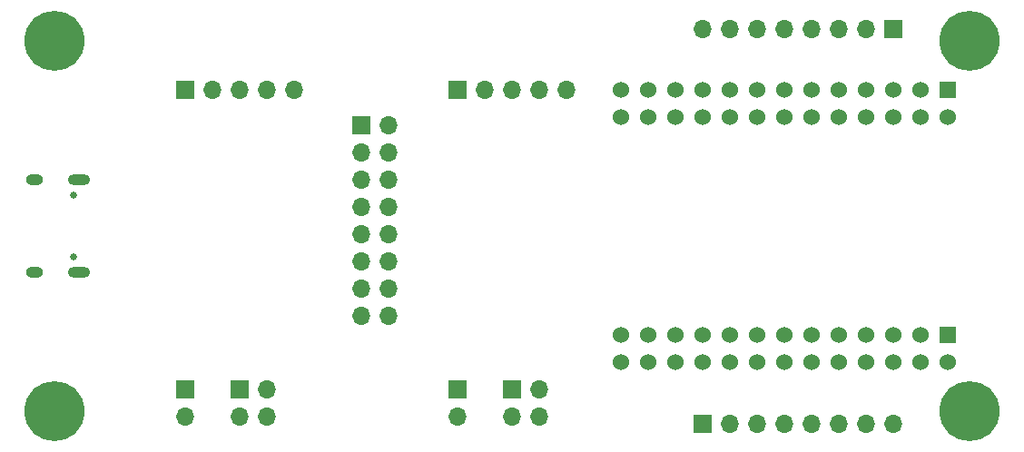
<source format=gbs>
G04 #@! TF.GenerationSoftware,KiCad,Pcbnew,(5.1.10)-1*
G04 #@! TF.CreationDate,2021-10-21T22:48:54+02:00*
G04 #@! TF.ProjectId,mta1_usb_dev,6d746131-5f75-4736-925f-6465762e6b69,rev?*
G04 #@! TF.SameCoordinates,Original*
G04 #@! TF.FileFunction,Soldermask,Bot*
G04 #@! TF.FilePolarity,Negative*
%FSLAX46Y46*%
G04 Gerber Fmt 4.6, Leading zero omitted, Abs format (unit mm)*
G04 Created by KiCad (PCBNEW (5.1.10)-1) date 2021-10-21 22:48:54*
%MOMM*%
%LPD*%
G01*
G04 APERTURE LIST*
%ADD10C,1.524000*%
%ADD11R,1.524000X1.524000*%
%ADD12C,0.002000*%
%ADD13C,5.600000*%
%ADD14C,3.600000*%
%ADD15O,1.700000X1.700000*%
%ADD16R,1.700000X1.700000*%
%ADD17O,2.100000X1.000000*%
%ADD18C,0.650000*%
%ADD19O,1.600000X1.000000*%
G04 APERTURE END LIST*
D10*
X185420000Y-86360000D03*
D11*
X185420000Y-83820000D03*
D10*
X154940000Y-109220000D03*
X154940000Y-106680000D03*
X157480000Y-109220000D03*
X157480000Y-106680000D03*
X160020000Y-109220000D03*
X160020000Y-106680000D03*
X162560000Y-109220000D03*
X162560000Y-106680000D03*
X165100000Y-109220000D03*
X165100000Y-106680000D03*
X167640000Y-109220000D03*
X167640000Y-106680000D03*
X170180000Y-109220000D03*
X170180000Y-106680000D03*
X172720000Y-109220000D03*
X172720000Y-106680000D03*
X175260000Y-109220000D03*
X175260000Y-106680000D03*
X177800000Y-109220000D03*
X177800000Y-106680000D03*
X180340000Y-109220000D03*
X180340000Y-106680000D03*
X182880000Y-109220000D03*
X182880000Y-106680000D03*
X185420000Y-109220000D03*
D11*
X185420000Y-106680000D03*
D10*
X154940000Y-86360000D03*
X154940000Y-83820000D03*
X157480000Y-86360000D03*
X157480000Y-83820000D03*
X160020000Y-86360000D03*
X160020000Y-83820000D03*
X162560000Y-86360000D03*
X162560000Y-83820000D03*
X165100000Y-86360000D03*
X165100000Y-83820000D03*
X167640000Y-86360000D03*
X167640000Y-83820000D03*
X170180000Y-86360000D03*
X170180000Y-83820000D03*
X172720000Y-86360000D03*
X172720000Y-83820000D03*
X175260000Y-86360000D03*
X175260000Y-83820000D03*
X177800000Y-86360000D03*
X177800000Y-83820000D03*
X180340000Y-86360000D03*
X180340000Y-83820000D03*
X182880000Y-86360000D03*
X182880000Y-83820000D03*
D12*
X119380000Y-93980000D03*
X119380000Y-91824739D03*
X121535261Y-93980000D03*
X119380000Y-96135261D03*
X117224739Y-93980000D03*
X144780000Y-93980000D03*
X144780000Y-91824739D03*
X146935261Y-93980000D03*
X144780000Y-96135261D03*
X142624739Y-93980000D03*
D13*
X187452000Y-113792000D03*
D14*
X187452000Y-113792000D03*
D13*
X102108000Y-113792000D03*
D14*
X102108000Y-113792000D03*
D13*
X102108000Y-79248000D03*
D14*
X102108000Y-79248000D03*
D13*
X187452000Y-79248000D03*
D14*
X187452000Y-79248000D03*
D15*
X121920000Y-114300000D03*
X119380000Y-114300000D03*
X121920000Y-111760000D03*
D16*
X119380000Y-111760000D03*
D17*
X104390000Y-100840000D03*
X104390000Y-92200000D03*
D18*
X103860000Y-93630000D03*
D19*
X100210000Y-92200000D03*
D18*
X103860000Y-99410000D03*
D19*
X100210000Y-100840000D03*
D15*
X149860000Y-83820000D03*
X147320000Y-83820000D03*
X144780000Y-83820000D03*
X142240000Y-83820000D03*
D16*
X139700000Y-83820000D03*
D15*
X133299200Y-104902000D03*
X130759200Y-104902000D03*
X133299200Y-102362000D03*
X130759200Y-102362000D03*
X133299200Y-99822000D03*
X130759200Y-99822000D03*
X133299200Y-97282000D03*
X130759200Y-97282000D03*
X133299200Y-94742000D03*
X130759200Y-94742000D03*
X133299200Y-92202000D03*
X130759200Y-92202000D03*
X133299200Y-89662000D03*
X130759200Y-89662000D03*
X133299200Y-87122000D03*
D16*
X130759200Y-87122000D03*
D15*
X114300000Y-114300000D03*
D16*
X114300000Y-111760000D03*
D15*
X180340000Y-114935000D03*
X177800000Y-114935000D03*
X175260000Y-114935000D03*
X172720000Y-114935000D03*
X170180000Y-114935000D03*
X167640000Y-114935000D03*
X165100000Y-114935000D03*
D16*
X162560000Y-114935000D03*
D15*
X162560000Y-78105000D03*
X165100000Y-78105000D03*
X167640000Y-78105000D03*
X170180000Y-78105000D03*
X172720000Y-78105000D03*
X175260000Y-78105000D03*
X177800000Y-78105000D03*
D16*
X180340000Y-78105000D03*
D15*
X147320000Y-114300000D03*
X144780000Y-114300000D03*
X147320000Y-111760000D03*
D16*
X144780000Y-111760000D03*
D15*
X139700000Y-114300000D03*
D16*
X139700000Y-111760000D03*
D15*
X124460000Y-83820000D03*
X121920000Y-83820000D03*
X119380000Y-83820000D03*
X116840000Y-83820000D03*
D16*
X114300000Y-83820000D03*
M02*

</source>
